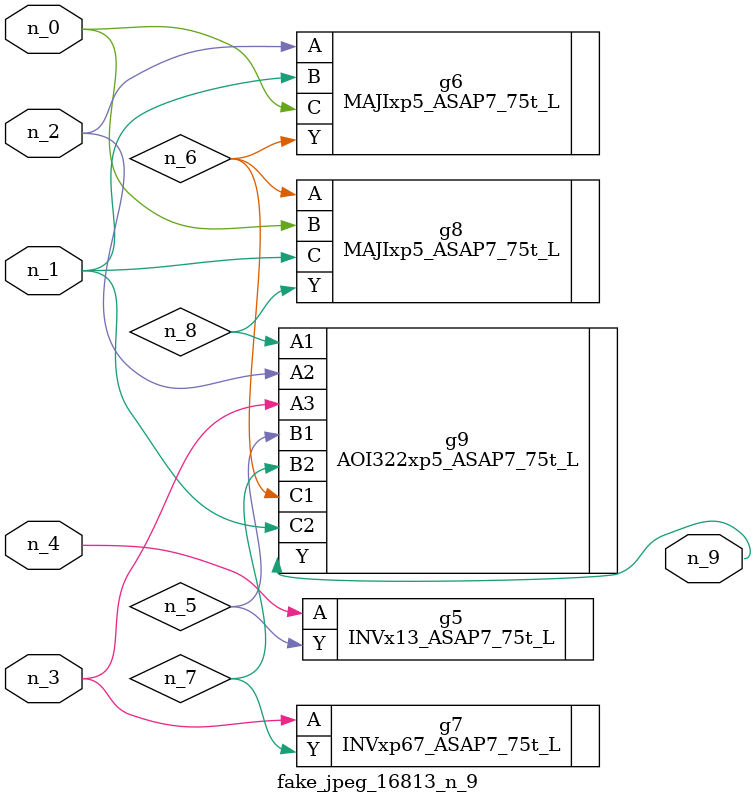
<source format=v>
module fake_jpeg_16813_n_9 (n_3, n_2, n_1, n_0, n_4, n_9);

input n_3;
input n_2;
input n_1;
input n_0;
input n_4;

output n_9;

wire n_8;
wire n_6;
wire n_5;
wire n_7;

INVx13_ASAP7_75t_L g5 ( 
.A(n_4),
.Y(n_5)
);

MAJIxp5_ASAP7_75t_L g6 ( 
.A(n_2),
.B(n_1),
.C(n_0),
.Y(n_6)
);

INVxp67_ASAP7_75t_L g7 ( 
.A(n_3),
.Y(n_7)
);

MAJIxp5_ASAP7_75t_L g8 ( 
.A(n_6),
.B(n_0),
.C(n_1),
.Y(n_8)
);

AOI322xp5_ASAP7_75t_L g9 ( 
.A1(n_8),
.A2(n_2),
.A3(n_3),
.B1(n_5),
.B2(n_7),
.C1(n_6),
.C2(n_1),
.Y(n_9)
);


endmodule
</source>
